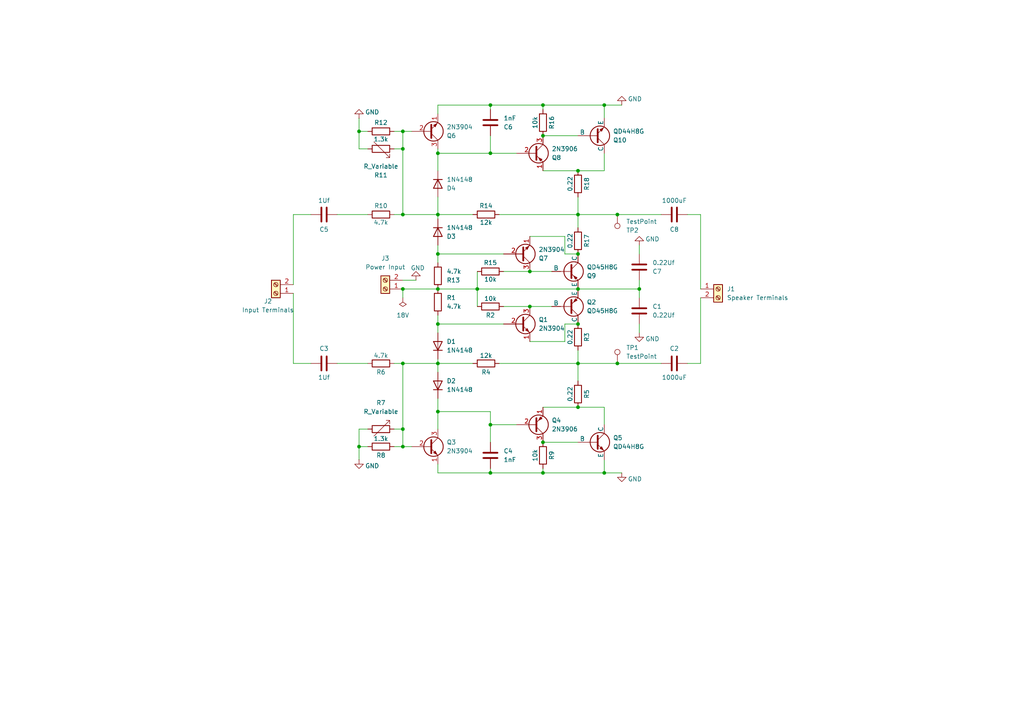
<source format=kicad_sch>
(kicad_sch (version 20231120) (generator "eeschema") (generator_version "8.0")
  (paper "A4")
  (lib_symbols
    (symbol "Connector:Screw_Terminal_01x02" (pin_names (offset 1.016) hide)
      (property "Reference" "J" (at 0 2.54 0))
      (property "Value" "Screw_Terminal_01x02" (at 0 -5.08 0))
      (symbol "Screw_Terminal_01x02_1_1"
        (rectangle (start -1.27 1.27) (end 1.27 -3.81) (stroke (width 0.254)) (fill (type background)))
        (circle (center 0 -2.54) (radius 0.635) (stroke (width 0.1524)))
        (polyline (pts (xy -0.5334 -2.2098) (xy 0.3302 -3.048)) (stroke (width 0.1524)))
        (polyline (pts (xy -0.5334 0.3302) (xy 0.3302 -0.508)) (stroke (width 0.1524)))
        (polyline (pts (xy -0.3556 -2.032) (xy 0.508 -2.8702)) (stroke (width 0.1524)))
        (polyline (pts (xy -0.3556 0.508) (xy 0.508 -0.3302)) (stroke (width 0.1524)))
        (circle (center 0 0) (radius 0.635) (stroke (width 0.1524)))
        (pin passive line (at -5.08 0 0) (length 3.81) (name "Pin_1") (number "1"))
        (pin passive line (at -5.08 -2.54 0) (length 3.81) (name "Pin_2") (number "2"))
      )
    )
    (symbol "Connector:TestPoint" (pin_numbers hide) (pin_names (offset 0.762) hide)
      (property "Reference" "TP" (at 0 6.858 0))
      (property "Value" "TestPoint" (at 0 5.08 0))
      (symbol "TestPoint_0_1"
        (circle (center 0 3.302) (radius 0.762))
      )
      (symbol "TestPoint_1_1"
        (pin passive line (at 0 0 90) (length 2.54) (name "1") (number "1"))
      )
    )
    (symbol "Device:C" (pin_numbers hide) (pin_names (offset 0.254))
      (property "Reference" "C" (at 0.635 2.54 0))
      (property "Value" "C" (at 0.635 -2.54 0))
      (symbol "C_0_1"
        (polyline (pts (xy -2.032 -0.762) (xy 2.032 -0.762)) (stroke (width 0.508)))
        (polyline (pts (xy -2.032 0.762) (xy 2.032 0.762)) (stroke (width 0.508)))
      )
      (symbol "C_1_1"
        (pin passive line (at 0 3.81 270) (length 2.794) (name "~") (number "1"))
        (pin passive line (at 0 -3.81 90) (length 2.794) (name "~") (number "2"))
      )
    )
    (symbol "Device:R" (pin_numbers hide) (pin_names (offset 0))
      (property "Reference" "R" (at 2.032 0 90))
      (property "Value" "R" (at 0 0 90))
      (symbol "R_0_1"
        (rectangle (start -1.016 -2.54) (end 1.016 2.54) (stroke (width 0.254)))
      )
      (symbol "R_1_1"
        (pin passive line (at 0 3.81 270) (length 1.27) (name "~") (number "1"))
        (pin passive line (at 0 -3.81 90) (length 1.27) (name "~") (number "2"))
      )
    )
    (symbol "Device:R_Variable" (pin_numbers hide) (pin_names (offset 0))
      (property "Reference" "R" (at 2.54 -2.54 90))
      (property "Value" "R_Variable" (at -2.54 -1.27 90))
      (symbol "R_Variable_0_1"
        (rectangle (start -1.016 -2.54) (end 1.016 2.54) (stroke (width 0.254)))
        (polyline (pts (xy 2.54 1.524) (xy 2.54 2.54) (xy 1.524 2.54) (xy 2.54 2.54) (xy -2.032 -2.032)))
      )
      (symbol "R_Variable_1_1"
        (pin passive line (at 0 3.81 270) (length 1.27) (name "~") (number "1"))
        (pin passive line (at 0 -3.81 90) (length 1.27) (name "~") (number "2"))
      )
    )
    (symbol "Diode:1N4148" (pin_numbers hide) (pin_names hide)
      (property "Reference" "D" (at 0 2.54 0))
      (property "Value" "1N4148" (at 0 -2.54 0))
      (symbol "1N4148_0_1"
        (polyline (pts (xy -1.27 1.27) (xy -1.27 -1.27)) (stroke (width 0.254)))
        (polyline (pts (xy 1.27 0) (xy -1.27 0)))
        (polyline (pts (xy 1.27 1.27) (xy 1.27 -1.27) (xy -1.27 0) (xy 1.27 1.27)) (stroke (width 0.254)))
      )
      (symbol "1N4148_1_1"
        (pin passive line (at -3.81 0 0) (length 2.54) (name "K") (number "1"))
        (pin passive line (at 3.81 0 180) (length 2.54) (name "A") (number "2"))
      )
    )
    (symbol "Simulation_SPICE:NPN" (pin_numbers hide) (pin_names (offset 0))
      (property "Reference" "Q" (at -2.54 7.62 0))
      (property "Value" "NPN" (at -2.54 5.08 0))
      (symbol "NPN_0_1"
        (polyline (pts (xy -2.54 0) (xy 0.635 0)) (stroke (width 0.1524)))
        (polyline (pts (xy 0.635 0.635) (xy 2.54 2.54)))
        (polyline (pts (xy 2.794 -1.27) (xy 2.794 -1.27)) (stroke (width 0.1524)))
        (polyline (pts (xy 2.794 -1.27) (xy 2.794 -1.27)) (stroke (width 0.1524)))
        (polyline (pts (xy 0.635 -0.635) (xy 2.54 -2.54) (xy 2.54 -2.54)))
        (polyline (pts (xy 0.635 1.905) (xy 0.635 -1.905) (xy 0.635 -1.905)) (stroke (width 0.508)))
        (polyline (pts (xy 1.27 -1.778) (xy 1.778 -1.27) (xy 2.286 -2.286) (xy 1.27 -1.778) (xy 1.27 -1.778)) (fill (type outline)))
        (circle (center 1.27 0) (radius 2.8194) (stroke (width 0.254)))
      )
      (symbol "NPN_1_1"
        (pin open_collector line (at 2.54 5.08 270) (length 2.54) (name "C") (number "1"))
        (pin input line (at -5.08 0 0) (length 2.54) (name "B") (number "2"))
        (pin open_emitter line (at 2.54 -5.08 90) (length 2.54) (name "E") (number "3"))
      )
    )
    (symbol "Simulation_SPICE:PNP" (pin_numbers hide) (pin_names (offset 0))
      (property "Reference" "Q" (at -2.54 7.62 0))
      (property "Value" "PNP" (at -2.54 5.08 0))
      (symbol "PNP_0_1"
        (polyline (pts (xy -2.54 0) (xy 0.635 0)) (stroke (width 0.1524)))
        (polyline (pts (xy 0.635 0.635) (xy 2.54 2.54)))
        (polyline (pts (xy 0.635 -0.635) (xy 2.54 -2.54) (xy 2.54 -2.54)))
        (polyline (pts (xy 0.635 1.905) (xy 0.635 -1.905) (xy 0.635 -1.905)) (stroke (width 0.508)))
        (polyline (pts (xy 2.286 -1.778) (xy 1.778 -2.286) (xy 1.27 -1.27) (xy 2.286 -1.778) (xy 2.286 -1.778)) (fill (type outline)))
        (circle (center 1.27 0) (radius 2.8194) (stroke (width 0.254)))
      )
      (symbol "PNP_1_1"
        (pin open_collector line (at 2.54 5.08 270) (length 2.54) (name "C") (number "1"))
        (pin input line (at -5.08 0 0) (length 2.54) (name "B") (number "2"))
        (pin open_emitter line (at 2.54 -5.08 90) (length 2.54) (name "E") (number "3"))
      )
    )
    (symbol "Transistor_BJT:2N3904" (pin_names (offset 0) hide)
      (property "Reference" "Q" (at 5.08 1.905 0))
      (property "Value" "2N3904" (at 5.08 0 0))
      (symbol "2N3904_0_1"
        (polyline (pts (xy 0.635 0.635) (xy 2.54 2.54)))
        (polyline (pts (xy 0.635 -0.635) (xy 2.54 -2.54) (xy 2.54 -2.54)))
        (polyline (pts (xy 0.635 1.905) (xy 0.635 -1.905) (xy 0.635 -1.905)) (stroke (width 0.508)))
        (polyline (pts (xy 1.27 -1.778) (xy 1.778 -1.27) (xy 2.286 -2.286) (xy 1.27 -1.778) (xy 1.27 -1.778)) (fill (type outline)))
        (circle (center 1.27 0) (radius 2.8194) (stroke (width 0.254)))
      )
      (symbol "2N3904_1_1"
        (pin passive line (at 2.54 -5.08 90) (length 2.54) (name "E") (number "1"))
        (pin passive line (at -5.08 0 0) (length 5.715) (name "B") (number "2"))
        (pin passive line (at 2.54 5.08 270) (length 2.54) (name "C") (number "3"))
      )
    )
    (symbol "Transistor_BJT:2N3906" (pin_names (offset 0) hide)
      (property "Reference" "Q" (at 5.08 1.905 0))
      (property "Value" "2N3906" (at 5.08 0 0))
      (symbol "2N3906_0_1"
        (polyline (pts (xy 0.635 0.635) (xy 2.54 2.54)))
        (polyline (pts (xy 0.635 -0.635) (xy 2.54 -2.54) (xy 2.54 -2.54)))
        (polyline (pts (xy 0.635 1.905) (xy 0.635 -1.905) (xy 0.635 -1.905)) (stroke (width 0.508)))
        (polyline (pts (xy 2.286 -1.778) (xy 1.778 -2.286) (xy 1.27 -1.27) (xy 2.286 -1.778) (xy 2.286 -1.778)) (fill (type outline)))
        (circle (center 1.27 0) (radius 2.8194) (stroke (width 0.254)))
      )
      (symbol "2N3906_1_1"
        (pin passive line (at 2.54 -5.08 90) (length 2.54) (name "E") (number "1"))
        (pin input line (at -5.08 0 0) (length 5.715) (name "B") (number "2"))
        (pin passive line (at 2.54 5.08 270) (length 2.54) (name "C") (number "3"))
      )
    )
    (symbol "power:GND" (power) (pin_numbers hide) (pin_names (offset 0) hide)
      (property "Value" "GND" (at 0 -3.81 0))
      (symbol "GND_0_1"
        (polyline (pts (xy 0 0) (xy 0 -1.27) (xy 1.27 -1.27) (xy 0 -2.54) (xy -1.27 -1.27) (xy 0 -1.27)))
      )
      (symbol "GND_1_1"
        (pin power_in line (at 0 0 270) (length 0) (name "~") (number "1"))
      )
    )
    (symbol "power:PWR_FLAG" (power) (pin_numbers hide) (pin_names (offset 0) hide)
      (property "Value" "PWR_FLAG" (at 0 3.81 0))
      (symbol "PWR_FLAG_0_0"
        (pin power_out line (at 0 0 90) (length 0) (name "~") (number "1"))
      )
      (symbol "PWR_FLAG_0_1"
        (polyline (pts (xy 0 0) (xy 0 1.27) (xy -1.016 1.905) (xy 0 2.54) (xy 1.016 1.905) (xy 0 1.27)))
      )
    )
  )
  (junction (at 116.84 62.23))
  (junction (at 167.64 93.98))
  (junction (at 116.84 43.18))
  (junction (at 142.24 137.16))
  (junction (at 179.07 62.23))
  (junction (at 127 119.38))
  (junction (at 116.84 38.1))
  (junction (at 116.84 129.54))
  (junction (at 153.67 78.74))
  (junction (at 142.24 123.19))
  (junction (at 127 105.41))
  (junction (at 104.14 38.1))
  (junction (at 157.48 30.48))
  (junction (at 153.67 88.9))
  (junction (at 127 73.66))
  (junction (at 157.48 39.37))
  (junction (at 127 83.82))
  (junction (at 167.64 49.53))
  (junction (at 127 62.23))
  (junction (at 167.64 83.82))
  (junction (at 157.48 137.16))
  (junction (at 127 93.98))
  (junction (at 167.64 62.23))
  (junction (at 104.14 129.54))
  (junction (at 142.24 44.45))
  (junction (at 157.48 128.27))
  (junction (at 179.07 105.41))
  (junction (at 116.84 83.82))
  (junction (at 116.84 124.46))
  (junction (at 167.64 73.66))
  (junction (at 175.26 30.48))
  (junction (at 167.64 105.41))
  (junction (at 138.43 83.82))
  (junction (at 185.42 83.82))
  (junction (at 127 44.45))
  (junction (at 142.24 30.48))
  (junction (at 175.26 137.16))
  (junction (at 116.84 105.41))
  (junction (at 167.64 118.11))
  (wire (pts (xy 104.14 38.1) (xy 104.14 34.29)))
  (wire (pts (xy 116.84 38.1) (xy 116.84 43.18)))
  (wire (pts (xy 116.84 62.23) (xy 116.84 43.18)))
  (wire (pts (xy 106.68 38.1) (xy 104.14 38.1)))
  (wire (pts (xy 127 83.82) (xy 138.43 83.82)))
  (wire (pts (xy 146.05 88.9) (xy 153.67 88.9)))
  (wire (pts (xy 167.64 93.98) (xy 163.83 93.98)))
  (wire (pts (xy 144.78 62.23) (xy 167.64 62.23)))
  (wire (pts (xy 142.24 135.89) (xy 142.24 137.16)))
  (wire (pts (xy 167.64 62.23) (xy 179.07 62.23)))
  (wire (pts (xy 167.64 118.11) (xy 175.26 118.11)))
  (wire (pts (xy 142.24 123.19) (xy 142.24 128.27)))
  (wire (pts (xy 116.84 129.54) (xy 116.84 124.46)))
  (wire (pts (xy 114.3 129.54) (xy 116.84 129.54)))
  (wire (pts (xy 114.3 62.23) (xy 116.84 62.23)))
  (wire (pts (xy 167.64 62.23) (xy 167.64 57.15)))
  (wire (pts (xy 146.05 78.74) (xy 153.67 78.74)))
  (wire (pts (xy 114.3 43.18) (xy 116.84 43.18)))
  (wire (pts (xy 127 76.2) (xy 127 73.66)))
  (wire (pts (xy 127 73.66) (xy 127 71.12)))
  (wire (pts (xy 106.68 43.18) (xy 104.14 43.18)))
  (wire (pts (xy 175.26 118.11) (xy 175.26 123.19)))
  (wire (pts (xy 127 49.53) (xy 127 44.45)))
  (wire (pts (xy 127 105.41) (xy 127 107.95)))
  (wire (pts (xy 142.24 44.45) (xy 149.86 44.45)))
  (wire (pts (xy 104.14 43.18) (xy 104.14 38.1)))
  (wire (pts (xy 127 105.41) (xy 127 104.14)))
  (wire (pts (xy 163.83 93.98) (xy 163.83 99.06)))
  (wire (pts (xy 153.67 68.58) (xy 163.83 68.58)))
  (wire (pts (xy 127 44.45) (xy 142.24 44.45)))
  (wire (pts (xy 104.14 124.46) (xy 104.14 129.54)))
  (wire (pts (xy 127 44.45) (xy 127 43.18)))
  (wire (pts (xy 138.43 83.82) (xy 138.43 88.9)))
  (wire (pts (xy 142.24 30.48) (xy 157.48 30.48)))
  (wire (pts (xy 167.64 73.66) (xy 163.83 73.66)))
  (wire (pts (xy 116.84 129.54) (xy 119.38 129.54)))
  (wire (pts (xy 106.68 124.46) (xy 104.14 124.46)))
  (wire (pts (xy 137.16 105.41) (xy 127 105.41)))
  (wire (pts (xy 142.24 137.16) (xy 157.48 137.16)))
  (wire (pts (xy 127 119.38) (xy 127 124.46)))
  (wire (pts (xy 114.3 38.1) (xy 116.84 38.1)))
  (wire (pts (xy 137.16 62.23) (xy 127 62.23)))
  (wire (pts (xy 203.2 86.36) (xy 203.2 105.41)))
  (wire (pts (xy 85.09 105.41) (xy 90.17 105.41)))
  (wire (pts (xy 106.68 129.54) (xy 104.14 129.54)))
  (wire (pts (xy 127 91.44) (xy 127 93.98)))
  (wire (pts (xy 179.07 62.23) (xy 191.77 62.23)))
  (wire (pts (xy 157.48 30.48) (xy 175.26 30.48)))
  (wire (pts (xy 114.3 124.46) (xy 116.84 124.46)))
  (wire (pts (xy 199.39 62.23) (xy 203.2 62.23)))
  (wire (pts (xy 116.84 38.1) (xy 119.38 38.1)))
  (wire (pts (xy 167.64 105.41) (xy 179.07 105.41)))
  (wire (pts (xy 153.67 88.9) (xy 160.02 88.9)))
  (wire (pts (xy 153.67 78.74) (xy 160.02 78.74)))
  (wire (pts (xy 127 93.98) (xy 127 96.52)))
  (wire (pts (xy 157.48 118.11) (xy 167.64 118.11)))
  (wire (pts (xy 97.79 62.23) (xy 106.68 62.23)))
  (wire (pts (xy 114.3 105.41) (xy 116.84 105.41)))
  (wire (pts (xy 127 33.02) (xy 127 30.48)))
  (wire (pts (xy 175.26 34.29) (xy 175.26 30.48)))
  (wire (pts (xy 97.79 105.41) (xy 106.68 105.41)))
  (wire (pts (xy 157.48 135.89) (xy 157.48 137.16)))
  (wire (pts (xy 104.14 129.54) (xy 104.14 133.35)))
  (wire (pts (xy 203.2 62.23) (xy 203.2 83.82)))
  (wire (pts (xy 127 62.23) (xy 127 63.5)))
  (wire (pts (xy 127 62.23) (xy 127 57.15)))
  (wire (pts (xy 85.09 62.23) (xy 85.09 82.55)))
  (wire (pts (xy 175.26 133.35) (xy 175.26 137.16)))
  (wire (pts (xy 203.2 105.41) (xy 199.39 105.41)))
  (wire (pts (xy 167.64 83.82) (xy 185.42 83.82)))
  (wire (pts (xy 175.26 49.53) (xy 175.26 44.45)))
  (wire (pts (xy 116.84 81.28) (xy 120.65 81.28)))
  (wire (pts (xy 185.42 83.82) (xy 185.42 81.28)))
  (wire (pts (xy 142.24 44.45) (xy 142.24 39.37)))
  (wire (pts (xy 185.42 93.98) (xy 185.42 96.52)))
  (wire (pts (xy 167.64 49.53) (xy 175.26 49.53)))
  (wire (pts (xy 157.48 128.27) (xy 167.64 128.27)))
  (wire (pts (xy 185.42 83.82) (xy 185.42 86.36)))
  (wire (pts (xy 185.42 71.12) (xy 185.42 73.66)))
  (wire (pts (xy 116.84 62.23) (xy 127 62.23)))
  (wire (pts (xy 127 93.98) (xy 146.05 93.98)))
  (wire (pts (xy 116.84 105.41) (xy 116.84 124.46)))
  (wire (pts (xy 175.26 137.16) (xy 180.34 137.16)))
  (wire (pts (xy 179.07 105.41) (xy 191.77 105.41)))
  (wire (pts (xy 116.84 83.82) (xy 116.84 86.36)))
  (wire (pts (xy 175.26 30.48) (xy 180.34 30.48)))
  (wire (pts (xy 127 119.38) (xy 142.24 119.38)))
  (wire (pts (xy 167.64 105.41) (xy 167.64 110.49)))
  (wire (pts (xy 127 115.57) (xy 127 119.38)))
  (wire (pts (xy 127 73.66) (xy 146.05 73.66)))
  (wire (pts (xy 142.24 119.38) (xy 142.24 123.19)))
  (wire (pts (xy 127 134.62) (xy 127 137.16)))
  (wire (pts (xy 142.24 31.75) (xy 142.24 30.48)))
  (wire (pts (xy 138.43 83.82) (xy 167.64 83.82)))
  (wire (pts (xy 127 137.16) (xy 142.24 137.16)))
  (wire (pts (xy 127 30.48) (xy 142.24 30.48)))
  (wire (pts (xy 157.48 137.16) (xy 175.26 137.16)))
  (wire (pts (xy 157.48 49.53) (xy 167.64 49.53)))
  (wire (pts (xy 116.84 83.82) (xy 127 83.82)))
  (wire (pts (xy 153.67 99.06) (xy 163.83 99.06)))
  (wire (pts (xy 85.09 85.09) (xy 85.09 105.41)))
  (wire (pts (xy 167.64 105.41) (xy 167.64 101.6)))
  (wire (pts (xy 157.48 31.75) (xy 157.48 30.48)))
  (wire (pts (xy 144.78 105.41) (xy 167.64 105.41)))
  (wire (pts (xy 138.43 83.82) (xy 138.43 78.74)))
  (wire (pts (xy 85.09 62.23) (xy 90.17 62.23)))
  (wire (pts (xy 116.84 105.41) (xy 127 105.41)))
  (wire (pts (xy 167.64 62.23) (xy 167.64 66.04)))
  (wire (pts (xy 142.24 123.19) (xy 149.86 123.19)))
  (wire (pts (xy 163.83 73.66) (xy 163.83 68.58)))
  (wire (pts (xy 157.48 39.37) (xy 167.64 39.37)))
  (symbol (lib_id "power:PWR_FLAG") (at 116.84 86.36 0) (mirror x) (unit 1)
    (property "Reference" "#FLG02" (effects (hide yes)))
    (property "Value" "18V" (at 116.84 91.44 0))
    (property "Description" "Special symbol for telling ERC where power comes from" (effects (hide yes)))
  )
  (symbol (lib_id "Device:C") (at 185.42 77.47 0) (mirror x) (unit 1)
    (property "Reference" "C7" (at 189.23 78.7401 0) (effects (justify left)))
    (property "Value" "0.22Uf" (at 189.23 76.2001 0) (effects (justify left)))
    (property "Description" "Unpolarized capacitor" (effects (hide yes)))
  )
  (symbol (lib_id "Simulation_SPICE:NPN") (at 172.72 128.27 0) (unit 1)
    (property "Reference" "Q5" (at 177.8 126.9999 0) (effects (justify left)))
    (property "Value" "QD44H8G" (at 177.8 129.5399 0) (effects (justify left)))
    (property "Datasheet" "https://ngspice.sourceforge.io/docs/ngspice-html-manual/manual.xhtml#cha_BJTs" (effects (hide yes)))
    (property "Description" "Bipolar transistor symbol for simulation only, substrate tied to the emitter" (effects (hide yes)))
    (property "Sim.Device" "NPN" (effects (hide yes)))
    (property "Sim.Type" "GUMMELPOON" (effects (hide yes)))
    (property "Sim.Pins" "1=C 2=B 3=E" (effects (hide yes)))
  )
  (symbol (lib_id "Device:R") (at 167.64 53.34 0) (mirror x) (unit 1)
    (property "Reference" "R18" (at 170.18 53.34 90))
    (property "Value" "0.22" (at 165.354 53.34 90))
    (property "Description" "Resistor" (effects (hide yes)))
  )
  (symbol (lib_id "Device:C") (at 195.58 105.41 90) (unit 1)
    (property "Reference" "C2" (at 195.58 101.092 90))
    (property "Value" "1000uF" (at 195.58 109.474 90))
    (property "Description" "Unpolarized capacitor" (effects (hide yes)))
  )
  (symbol (lib_id "Device:R") (at 140.97 62.23 270) (mirror x) (unit 1)
    (property "Reference" "R14" (at 140.97 59.69 90))
    (property "Value" "12k" (at 140.97 64.516 90))
    (property "Description" "Resistor" (effects (hide yes)))
  )
  (symbol (lib_id "power:GND") (at 185.42 71.12 0) (mirror x) (unit 1)
    (property "Reference" "#PWR06" (effects (hide yes)))
    (property "Value" "GND" (at 189.23 69.342 0))
    (property "Description" "Power symbol creates a global label with name \"GND\" , ground" (effects (hide yes)))
  )
  (symbol (lib_id "Device:R") (at 142.24 88.9 270) (unit 1)
    (property "Reference" "R2" (at 142.24 91.44 90))
    (property "Value" "10k" (at 142.24 86.614 90))
    (property "Description" "Resistor" (effects (hide yes)))
  )
  (symbol (lib_id "Device:R") (at 110.49 105.41 270) (unit 1)
    (property "Reference" "R6" (at 110.49 107.95 90))
    (property "Value" "4.7k" (at 110.49 103.124 90))
    (property "Description" "Resistor" (effects (hide yes)))
  )
  (symbol (lib_id "Device:C") (at 195.58 62.23 90) (mirror x) (unit 1)
    (property "Reference" "C8" (at 195.58 66.548 90))
    (property "Value" "1000uF" (at 195.58 58.166 90))
    (property "Description" "Unpolarized capacitor" (effects (hide yes)))
  )
  (symbol (lib_id "Device:R") (at 167.64 114.3 0) (unit 1)
    (property "Reference" "R5" (at 170.18 114.3 90))
    (property "Value" "0.22" (at 165.354 114.3 90))
    (property "Description" "Resistor" (effects (hide yes)))
  )
  (symbol (lib_id "Device:C") (at 93.98 105.41 90) (unit 1)
    (property "Reference" "C3" (at 93.98 101.092 90))
    (property "Value" "1Uf" (at 93.98 109.474 90))
    (property "Description" "Unpolarized capacitor" (effects (hide yes)))
  )
  (symbol (lib_id "Connector:TestPoint") (at 179.07 62.23 0) (mirror x) (unit 1)
    (property "Reference" "TP2" (at 181.61 66.8021 0) (effects (justify left)))
    (property "Value" "TestPoint" (at 181.61 64.2621 0) (effects (justify left)))
    (property "Description" "test point" (effects (hide yes)))
  )
  (symbol (lib_id "Connector:TestPoint") (at 179.07 105.41 0) (unit 1)
    (property "Reference" "TP1" (at 181.61 100.8379 0) (effects (justify left)))
    (property "Value" "TestPoint" (at 181.61 103.3779 0) (effects (justify left)))
    (property "Description" "test point" (effects (hide yes)))
  )
  (symbol (lib_id "Diode:1N4148") (at 127 53.34 90) (mirror x) (unit 1)
    (property "Reference" "D4" (at 129.54 54.6101 90) (effects (justify right)))
    (property "Value" "1N4148" (at 129.54 52.0701 90) (effects (justify right)))
    (property "Footprint" "Diode_THT:D_DO-35_SOD27_P7.62mm_Horizontal" (effects (hide yes)))
    (property "Datasheet" "https://assets.nexperia.com/documents/data-sheet/1N4148_1N4448.pdf" (effects (hide yes)))
    (property "Description" "100V 0.15A standard switching diode, DO-35" (effects (hide yes)))
    (property "Sim.Device" "D" (effects (hide yes)))
    (property "Sim.Pins" "1=K 2=A" (effects (hide yes)))
  )
  (symbol (lib_id "Device:R_Variable") (at 110.49 124.46 270) (mirror x) (unit 1)
    (property "Reference" "R7" (at 110.49 116.84 90))
    (property "Value" "R_Variable" (at 110.49 119.38 90))
    (property "Description" "Variable resistor" (effects (hide yes)))
  )
  (symbol (lib_id "Device:R") (at 127 80.01 0) (mirror x) (unit 1)
    (property "Reference" "R13" (at 129.54 81.2801 0) (effects (justify left)))
    (property "Value" "4.7k" (at 129.54 78.7401 0) (effects (justify left)))
    (property "Description" "Resistor" (effects (hide yes)))
  )
  (symbol (lib_id "Device:R") (at 110.49 62.23 270) (mirror x) (unit 1)
    (property "Reference" "R10" (at 110.49 59.69 90))
    (property "Value" "4.7k" (at 110.49 64.516 90))
    (property "Description" "Resistor" (effects (hide yes)))
  )
  (symbol (lib_id "Device:C") (at 185.42 90.17 0) (unit 1)
    (property "Reference" "C1" (at 189.23 88.8999 0) (effects (justify left)))
    (property "Value" "0.22Uf" (at 189.23 91.4399 0) (effects (justify left)))
    (property "Description" "Unpolarized capacitor" (effects (hide yes)))
  )
  (symbol (lib_id "Simulation_SPICE:NPN") (at 172.72 39.37 0) (mirror x) (unit 1)
    (property "Reference" "Q10" (at 177.8 40.6401 0) (effects (justify left)))
    (property "Value" "QD44H8G" (at 177.8 38.1001 0) (effects (justify left)))
    (property "Datasheet" "https://ngspice.sourceforge.io/docs/ngspice-html-manual/manual.xhtml#cha_BJTs" (effects (hide yes)))
    (property "Description" "Bipolar transistor symbol for simulation only, substrate tied to the emitter" (effects (hide yes)))
    (property "Sim.Device" "NPN" (effects (hide yes)))
    (property "Sim.Type" "GUMMELPOON" (effects (hide yes)))
    (property "Sim.Pins" "1=C 2=B 3=E" (effects (hide yes)))
  )
  (symbol (lib_id "Device:R") (at 157.48 35.56 0) (mirror x) (unit 1)
    (property "Reference" "R16" (at 160.02 35.56 90))
    (property "Value" "10k" (at 155.194 35.56 90))
    (property "Description" "Resistor" (effects (hide yes)))
  )
  (symbol (lib_id "Connector:Screw_Terminal_01x02") (at 80.01 85.09 180) (unit 1)
    (property "Reference" "J2" (at 77.724 87.376 0))
    (property "Value" "Input Terminals" (at 77.724 89.916 0))
    (property "Description" "Generic screw terminal, single row, 01x02, script generated (kicad-library-utils/schlib/autogen/connector/)" (effects (hide yes)))
  )
  (symbol (lib_id "Device:R") (at 140.97 105.41 270) (unit 1)
    (property "Reference" "R4" (at 140.97 107.95 90))
    (property "Value" "12k" (at 140.97 103.124 90))
    (property "Description" "Resistor" (effects (hide yes)))
  )
  (symbol (lib_id "Connector:Screw_Terminal_01x02") (at 111.76 83.82 180) (unit 1)
    (property "Reference" "J3" (at 111.76 74.93 0))
    (property "Value" "Power Input" (at 111.76 77.47 0))
    (property "Description" "Generic screw terminal, single row, 01x02, script generated (kicad-library-utils/schlib/autogen/connector/)" (effects (hide yes)))
  )
  (symbol (lib_id "Simulation_SPICE:PNP") (at 165.1 88.9 0) (mirror x) (unit 1)
    (property "Reference" "Q2" (at 170.18 87.6299 0) (effects (justify left)))
    (property "Value" "QD45H8G" (at 170.18 90.1699 0) (effects (justify left)))
    (property "Datasheet" "https://ngspice.sourceforge.io/docs/ngspice-html-manual/manual.xhtml#cha_BJTs" (effects (hide yes)))
    (property "Description" "Bipolar transistor symbol for simulation only, substrate tied to the emitter" (effects (hide yes)))
    (property "Sim.Device" "PNP" (effects (hide yes)))
    (property "Sim.Type" "GUMMELPOON" (effects (hide yes)))
    (property "Sim.Pins" "1=C 2=B 3=E" (effects (hide yes)))
  )
  (symbol (lib_id "power:GND") (at 180.34 30.48 0) (mirror x) (unit 1)
    (property "Reference" "#PWR05" (effects (hide yes)))
    (property "Value" "GND" (at 184.15 28.702 0))
    (property "Description" "Power symbol creates a global label with name \"GND\" , ground" (effects (hide yes)))
  )
  (symbol (lib_id "Device:R_Variable") (at 110.49 43.18 270) (unit 1)
    (property "Reference" "R11" (at 110.49 50.8 90))
    (property "Value" "R_Variable" (at 110.49 48.26 90))
    (property "Description" "Variable resistor" (effects (hide yes)))
  )
  (symbol (lib_id "Device:R") (at 167.64 69.85 0) (mirror x) (unit 1)
    (property "Reference" "R17" (at 170.18 69.85 90))
    (property "Value" "0.22" (at 165.354 69.85 90))
    (property "Description" "Resistor" (effects (hide yes)))
  )
  (symbol (lib_id "Device:C") (at 142.24 132.08 0) (unit 1)
    (property "Reference" "C4" (at 146.05 130.8099 0) (effects (justify left)))
    (property "Value" "1nF" (at 146.05 133.3499 0) (effects (justify left)))
    (property "Description" "Unpolarized capacitor" (effects (hide yes)))
  )
  (symbol (lib_id "Diode:1N4148") (at 127 67.31 90) (mirror x) (unit 1)
    (property "Reference" "D3" (at 129.54 68.5801 90) (effects (justify right)))
    (property "Value" "1N4148" (at 129.54 66.0401 90) (effects (justify right)))
    (property "Footprint" "Diode_THT:D_DO-35_SOD27_P7.62mm_Horizontal" (effects (hide yes)))
    (property "Datasheet" "https://assets.nexperia.com/documents/data-sheet/1N4148_1N4448.pdf" (effects (hide yes)))
    (property "Description" "100V 0.15A standard switching diode, DO-35" (effects (hide yes)))
    (property "Sim.Device" "D" (effects (hide yes)))
    (property "Sim.Pins" "1=K 2=A" (effects (hide yes)))
  )
  (symbol (lib_id "Transistor_BJT:2N3904") (at 124.46 129.54 0) (unit 1)
    (property "Reference" "Q3" (at 129.54 128.2699 0) (effects (justify left)))
    (property "Value" "2N3904" (at 129.54 130.8099 0) (effects (justify left)))
    (property "Footprint" "Package_TO_SOT_THT:TO-92_Inline" (effects (hide yes)))
    (property "Datasheet" "https://www.onsemi.com/pub/Collateral/2N3903-D.PDF" (effects (hide yes)))
    (property "Description" "0.2A Ic, 40V Vce, Small Signal NPN Transistor, TO-92" (effects (hide yes)))
  )
  (symbol (lib_id "power:GND") (at 120.65 81.28 0) (mirror x) (unit 1)
    (property "Reference" "#PWR07" (effects (hide yes)))
    (property "Value" "GND" (at 121.158 77.724 0))
    (property "Description" "Power symbol creates a global label with name \"GND\" , ground" (effects (hide yes)))
  )
  (symbol (lib_id "Simulation_SPICE:PNP") (at 165.1 78.74 0) (unit 1)
    (property "Reference" "Q9" (at 170.18 80.0101 0) (effects (justify left)))
    (property "Value" "QD45H8G" (at 170.18 77.4701 0) (effects (justify left)))
    (property "Datasheet" "https://ngspice.sourceforge.io/docs/ngspice-html-manual/manual.xhtml#cha_BJTs" (effects (hide yes)))
    (property "Description" "Bipolar transistor symbol for simulation only, substrate tied to the emitter" (effects (hide yes)))
    (property "Sim.Device" "PNP" (effects (hide yes)))
    (property "Sim.Type" "GUMMELPOON" (effects (hide yes)))
    (property "Sim.Pins" "1=C 2=B 3=E" (effects (hide yes)))
  )
  (symbol (lib_id "Device:R") (at 110.49 38.1 270) (mirror x) (unit 1)
    (property "Reference" "R12" (at 110.49 35.56 90))
    (property "Value" "1.3k" (at 110.49 40.386 90))
    (property "Description" "Resistor" (effects (hide yes)))
  )
  (symbol (lib_id "power:GND") (at 185.42 96.52 0) (unit 1)
    (property "Reference" "#PWR01" (effects (hide yes)))
    (property "Value" "GND" (at 189.23 98.298 0))
    (property "Description" "Power symbol creates a global label with name \"GND\" , ground" (effects (hide yes)))
  )
  (symbol (lib_id "Transistor_BJT:2N3904") (at 151.13 93.98 0) (unit 1)
    (property "Reference" "Q1" (at 156.21 92.7099 0) (effects (justify left)))
    (property "Value" "2N3904" (at 156.21 95.2499 0) (effects (justify left)))
    (property "Footprint" "Package_TO_SOT_THT:TO-92_Inline" (effects (hide yes)))
    (property "Datasheet" "https://www.onsemi.com/pub/Collateral/2N3903-D.PDF" (effects (hide yes)))
    (property "Description" "0.2A Ic, 40V Vce, Small Signal NPN Transistor, TO-92" (effects (hide yes)))
  )
  (symbol (lib_id "Device:C") (at 142.24 35.56 0) (mirror x) (unit 1)
    (property "Reference" "C6" (at 146.05 36.8301 0) (effects (justify left)))
    (property "Value" "1nF" (at 146.05 34.2901 0) (effects (justify left)))
    (property "Description" "Unpolarized capacitor" (effects (hide yes)))
  )
  (symbol (lib_id "power:GND") (at 104.14 34.29 0) (mirror x) (unit 1)
    (property "Reference" "#PWR04" (effects (hide yes)))
    (property "Value" "GND" (at 107.95 32.512 0))
    (property "Description" "Power symbol creates a global label with name \"GND\" , ground" (effects (hide yes)))
  )
  (symbol (lib_id "Device:R") (at 110.49 129.54 270) (unit 1)
    (property "Reference" "R8" (at 110.49 132.08 90))
    (property "Value" "1.3k" (at 110.49 127.254 90))
    (property "Description" "Resistor" (effects (hide yes)))
  )
  (symbol (lib_id "Transistor_BJT:2N3906") (at 154.94 123.19 0) (mirror x) (unit 1)
    (property "Reference" "Q4" (at 160.02 121.9199 0) (effects (justify left)))
    (property "Value" "2N3906" (at 160.02 124.4599 0) (effects (justify left)))
    (property "Footprint" "Package_TO_SOT_THT:TO-92_Inline" (effects (hide yes)))
    (property "Datasheet" "https://www.onsemi.com/pub/Collateral/2N3906-D.PDF" (effects (hide yes)))
    (property "Description" "-0.2A Ic, -40V Vce, Small Signal PNP Transistor, TO-92" (effects (hide yes)))
  )
  (symbol (lib_id "Device:C") (at 93.98 62.23 90) (mirror x) (unit 1)
    (property "Reference" "C5" (at 93.98 66.548 90))
    (property "Value" "1Uf" (at 93.98 58.166 90))
    (property "Description" "Unpolarized capacitor" (effects (hide yes)))
  )
  (symbol (lib_id "Device:R") (at 157.48 132.08 0) (unit 1)
    (property "Reference" "R9" (at 160.02 132.08 90))
    (property "Value" "10k" (at 155.194 132.08 90))
    (property "Description" "Resistor" (effects (hide yes)))
  )
  (symbol (lib_id "Transistor_BJT:2N3906") (at 154.94 44.45 0) (unit 1)
    (property "Reference" "Q8" (at 160.02 45.7201 0) (effects (justify left)))
    (property "Value" "2N3906" (at 160.02 43.1801 0) (effects (justify left)))
    (property "Footprint" "Package_TO_SOT_THT:TO-92_Inline" (effects (hide yes)))
    (property "Datasheet" "https://www.onsemi.com/pub/Collateral/2N3906-D.PDF" (effects (hide yes)))
    (property "Description" "-0.2A Ic, -40V Vce, Small Signal PNP Transistor, TO-92" (effects (hide yes)))
  )
  (symbol (lib_id "power:GND") (at 180.34 137.16 0) (unit 1)
    (property "Reference" "#PWR03" (effects (hide yes)))
    (property "Value" "GND" (at 184.15 138.938 0))
    (property "Description" "Power symbol creates a global label with name \"GND\" , ground" (effects (hide yes)))
  )
  (symbol (lib_id "power:GND") (at 104.14 133.35 0) (unit 1)
    (property "Reference" "#PWR02" (effects (hide yes)))
    (property "Value" "GND" (at 107.95 135.128 0))
    (property "Description" "Power symbol creates a global label with name \"GND\" , ground" (effects (hide yes)))
  )
  (symbol (lib_id "Transistor_BJT:2N3904") (at 151.13 73.66 0) (mirror x) (unit 1)
    (property "Reference" "Q7" (at 156.21 74.9301 0) (effects (justify left)))
    (property "Value" "2N3904" (at 156.21 72.3901 0) (effects (justify left)))
    (property "Footprint" "Package_TO_SOT_THT:TO-92_Inline" (effects (hide yes)))
    (property "Datasheet" "https://www.onsemi.com/pub/Collateral/2N3903-D.PDF" (effects (hide yes)))
    (property "Description" "0.2A Ic, 40V Vce, Small Signal NPN Transistor, TO-92" (effects (hide yes)))
  )
  (symbol (lib_id "Connector:Screw_Terminal_01x02") (at 208.28 83.82 0) (unit 1)
    (property "Reference" "J1" (at 210.82 83.8199 0) (effects (justify left)))
    (property "Value" "Speaker Terminals" (at 210.82 86.3599 0) (effects (justify left)))
    (property "Description" "Generic screw terminal, single row, 01x02, script generated (kicad-library-utils/schlib/autogen/connector/)" (effects (hide yes)))
  )
  (symbol (lib_id "Device:R") (at 142.24 78.74 270) (mirror x) (unit 1)
    (property "Reference" "R15" (at 142.24 76.2 90))
    (property "Value" "10k" (at 142.24 81.026 90))
    (property "Description" "Resistor" (effects (hide yes)))
  )
  (symbol (lib_id "Diode:1N4148") (at 127 111.76 90) (unit 1)
    (property "Reference" "D2" (at 129.54 110.4899 90) (effects (justify right)))
    (property "Value" "1N4148" (at 129.54 113.0299 90) (effects (justify right)))
    (property "Footprint" "Diode_THT:D_DO-35_SOD27_P7.62mm_Horizontal" (effects (hide yes)))
    (property "Datasheet" "https://assets.nexperia.com/documents/data-sheet/1N4148_1N4448.pdf" (effects (hide yes)))
    (property "Description" "100V 0.15A standard switching diode, DO-35" (effects (hide yes)))
    (property "Sim.Device" "D" (effects (hide yes)))
    (property "Sim.Pins" "1=K 2=A" (effects (hide yes)))
  )
  (symbol (lib_id "Device:R") (at 167.64 97.79 0) (unit 1)
    (property "Reference" "R3" (at 170.18 97.79 90))
    (property "Value" "0.22" (at 165.354 97.79 90))
    (property "Description" "Resistor" (effects (hide yes)))
  )
  (symbol (lib_id "Diode:1N4148") (at 127 100.33 90) (unit 1)
    (property "Reference" "D1" (at 129.54 99.0599 90) (effects (justify right)))
    (property "Value" "1N4148" (at 129.54 101.5999 90) (effects (justify right)))
    (property "Footprint" "Diode_THT:D_DO-35_SOD27_P7.62mm_Horizontal" (effects (hide yes)))
    (property "Datasheet" "https://assets.nexperia.com/documents/data-sheet/1N4148_1N4448.pdf" (effects (hide yes)))
    (property "Description" "100V 0.15A standard switching diode, DO-35" (effects (hide yes)))
    (property "Sim.Device" "D" (effects (hide yes)))
    (property "Sim.Pins" "1=K 2=A" (effects (hide yes)))
  )
  (symbol (lib_id "Device:R") (at 127 87.63 0) (unit 1)
    (property "Reference" "R1" (at 129.54 86.3599 0) (effects (justify left)))
    (property "Value" "4.7k" (at 129.54 88.8999 0) (effects (justify left)))
    (property "Description" "Resistor" (effects (hide yes)))
  )
  (symbol (lib_id "Transistor_BJT:2N3904") (at 124.46 38.1 0) (mirror x) (unit 1)
    (property "Reference" "Q6" (at 129.54 39.3701 0) (effects (justify left)))
    (property "Value" "2N3904" (at 129.54 36.8301 0) (effects (justify left)))
    (property "Footprint" "Package_TO_SOT_THT:TO-92_Inline" (effects (hide yes)))
    (property "Datasheet" "https://www.onsemi.com/pub/Collateral/2N3903-D.PDF" (effects (hide yes)))
    (property "Description" "0.2A Ic, 40V Vce, Small Signal NPN Transistor, TO-92" (effects (hide yes)))
  )
)
</source>
